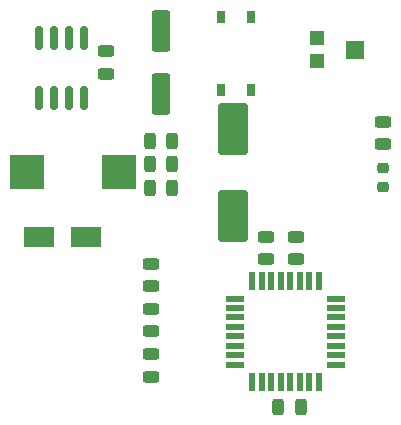
<source format=gtp>
G04 #@! TF.GenerationSoftware,KiCad,Pcbnew,6.0.9-8da3e8f707~116~ubuntu20.04.1*
G04 #@! TF.CreationDate,2023-04-24T17:25:30+00:00*
G04 #@! TF.ProjectId,LEC008011,4c454330-3038-4303-9131-2e6b69636164,rev?*
G04 #@! TF.SameCoordinates,Original*
G04 #@! TF.FileFunction,Paste,Top*
G04 #@! TF.FilePolarity,Positive*
%FSLAX46Y46*%
G04 Gerber Fmt 4.6, Leading zero omitted, Abs format (unit mm)*
G04 Created by KiCad (PCBNEW 6.0.9-8da3e8f707~116~ubuntu20.04.1) date 2023-04-24 17:25:30*
%MOMM*%
%LPD*%
G01*
G04 APERTURE LIST*
G04 Aperture macros list*
%AMRoundRect*
0 Rectangle with rounded corners*
0 $1 Rounding radius*
0 $2 $3 $4 $5 $6 $7 $8 $9 X,Y pos of 4 corners*
0 Add a 4 corners polygon primitive as box body*
4,1,4,$2,$3,$4,$5,$6,$7,$8,$9,$2,$3,0*
0 Add four circle primitives for the rounded corners*
1,1,$1+$1,$2,$3*
1,1,$1+$1,$4,$5*
1,1,$1+$1,$6,$7*
1,1,$1+$1,$8,$9*
0 Add four rect primitives between the rounded corners*
20,1,$1+$1,$2,$3,$4,$5,0*
20,1,$1+$1,$4,$5,$6,$7,0*
20,1,$1+$1,$6,$7,$8,$9,0*
20,1,$1+$1,$8,$9,$2,$3,0*%
G04 Aperture macros list end*
%ADD10RoundRect,0.243750X0.456250X-0.243750X0.456250X0.243750X-0.456250X0.243750X-0.456250X-0.243750X0*%
%ADD11RoundRect,0.243750X-0.243750X-0.456250X0.243750X-0.456250X0.243750X0.456250X-0.243750X0.456250X0*%
%ADD12RoundRect,0.250000X1.000000X-1.950000X1.000000X1.950000X-1.000000X1.950000X-1.000000X-1.950000X0*%
%ADD13RoundRect,0.218750X-0.256250X0.218750X-0.256250X-0.218750X0.256250X-0.218750X0.256250X0.218750X0*%
%ADD14R,0.550000X1.600000*%
%ADD15R,1.600000X0.550000*%
%ADD16R,1.200000X1.200000*%
%ADD17R,1.500000X1.600000*%
%ADD18RoundRect,0.243750X0.243750X0.456250X-0.243750X0.456250X-0.243750X-0.456250X0.243750X-0.456250X0*%
%ADD19R,2.500000X1.800000*%
%ADD20R,3.000000X3.000000*%
%ADD21RoundRect,0.162500X0.162500X-0.825000X0.162500X0.825000X-0.162500X0.825000X-0.162500X-0.825000X0*%
%ADD22RoundRect,0.250000X0.550000X-1.500000X0.550000X1.500000X-0.550000X1.500000X-0.550000X-1.500000X0*%
%ADD23R,0.800000X1.000000*%
G04 APERTURE END LIST*
D10*
G04 #@! TO.C,C2*
X101854000Y-75105500D03*
X101854000Y-73230500D03*
G04 #@! TD*
G04 #@! TO.C,C3*
X85800000Y-59437500D03*
X85800000Y-57562500D03*
G04 #@! TD*
D11*
G04 #@! TO.C,C4*
X100360000Y-87630000D03*
X102235000Y-87630000D03*
G04 #@! TD*
D12*
G04 #@! TO.C,C6*
X96520000Y-71518000D03*
X96520000Y-64118000D03*
G04 #@! TD*
D10*
G04 #@! TO.C,C7*
X89535000Y-81250000D03*
X89535000Y-79375000D03*
G04 #@! TD*
D13*
G04 #@! TO.C,D2*
X109220000Y-67460000D03*
X109220000Y-69035000D03*
G04 #@! TD*
D10*
G04 #@! TO.C,R1*
X89535000Y-85090000D03*
X89535000Y-83215000D03*
G04 #@! TD*
G04 #@! TO.C,R2*
X109220000Y-65375000D03*
X109220000Y-63500000D03*
G04 #@! TD*
D14*
G04 #@! TO.C,U2*
X98165000Y-85530000D03*
X98965000Y-85530000D03*
X99765000Y-85530000D03*
X100565000Y-85530000D03*
X101365000Y-85530000D03*
X102165000Y-85530000D03*
X102965000Y-85530000D03*
X103765000Y-85530000D03*
D15*
X105215000Y-84080000D03*
X105215000Y-83280000D03*
X105215000Y-82480000D03*
X105215000Y-81680000D03*
X105215000Y-80880000D03*
X105215000Y-80080000D03*
X105215000Y-79280000D03*
X105215000Y-78480000D03*
D14*
X103765000Y-77030000D03*
X102965000Y-77030000D03*
X102165000Y-77030000D03*
X101365000Y-77030000D03*
X100565000Y-77030000D03*
X99765000Y-77030000D03*
X98965000Y-77030000D03*
X98165000Y-77030000D03*
D15*
X96715000Y-78480000D03*
X96715000Y-79280000D03*
X96715000Y-80080000D03*
X96715000Y-80880000D03*
X96715000Y-81680000D03*
X96715000Y-82480000D03*
X96715000Y-83280000D03*
X96715000Y-84080000D03*
G04 #@! TD*
D16*
G04 #@! TO.C,RV1*
X103600000Y-56400000D03*
D17*
X106850000Y-57400000D03*
D16*
X103600000Y-58400000D03*
G04 #@! TD*
D10*
G04 #@! TO.C,R3*
X89535000Y-77391500D03*
X89535000Y-75516500D03*
G04 #@! TD*
D18*
G04 #@! TO.C,C5*
X91375000Y-69100000D03*
X89500000Y-69100000D03*
G04 #@! TD*
D19*
G04 #@! TO.C,D3*
X84100000Y-73300000D03*
X80100000Y-73300000D03*
G04 #@! TD*
D20*
G04 #@! TO.C,L1*
X86900000Y-67800000D03*
X79100000Y-67800000D03*
G04 #@! TD*
D18*
G04 #@! TO.C,R4*
X91375000Y-67100000D03*
X89500000Y-67100000D03*
G04 #@! TD*
D11*
G04 #@! TO.C,R5*
X89462500Y-65100000D03*
X91337500Y-65100000D03*
G04 #@! TD*
D21*
G04 #@! TO.C,U1*
X80095000Y-61537500D03*
X81365000Y-61537500D03*
X82635000Y-61537500D03*
X83905000Y-61537500D03*
X83905000Y-56462500D03*
X82635000Y-56462500D03*
X81365000Y-56462500D03*
X80095000Y-56462500D03*
G04 #@! TD*
D22*
G04 #@! TO.C,C1*
X90400000Y-61200000D03*
X90400000Y-55800000D03*
G04 #@! TD*
D10*
G04 #@! TO.C,C8*
X99314000Y-75105500D03*
X99314000Y-73230500D03*
G04 #@! TD*
D23*
G04 #@! TO.C,D1*
X95480000Y-60825000D03*
X98020000Y-60825000D03*
X98020000Y-54675000D03*
X95480000Y-54675000D03*
G04 #@! TD*
M02*

</source>
